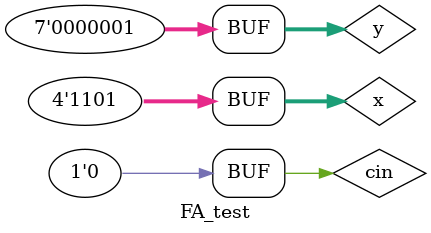
<source format=v>
`timescale 1ns / 1ps


module FA_test;

	// Inputs
	reg [3:0] x;
	reg [6:0] y;
	reg cin;

	// Outputs
	wire [6:0] s;
	wire cout;

	// Instantiate the Unit Under Test (UUT)
	FA uut (
		.x(x), 
		.y(y), 
		.cin(cin), 
		.s(s), 
		.cout(cout)
	);

	initial begin
		// Initialize Inputs
		x = 4'b1111;
		y = 7'b0000001;
		cin = 1;

		// Wait 100 ns for global reset to finish
		#100;
		x = 4'b1101;
		y = 7'b0000001;
		cin = 0;

        
		// Add stimulus here

	end
      
endmodule


</source>
